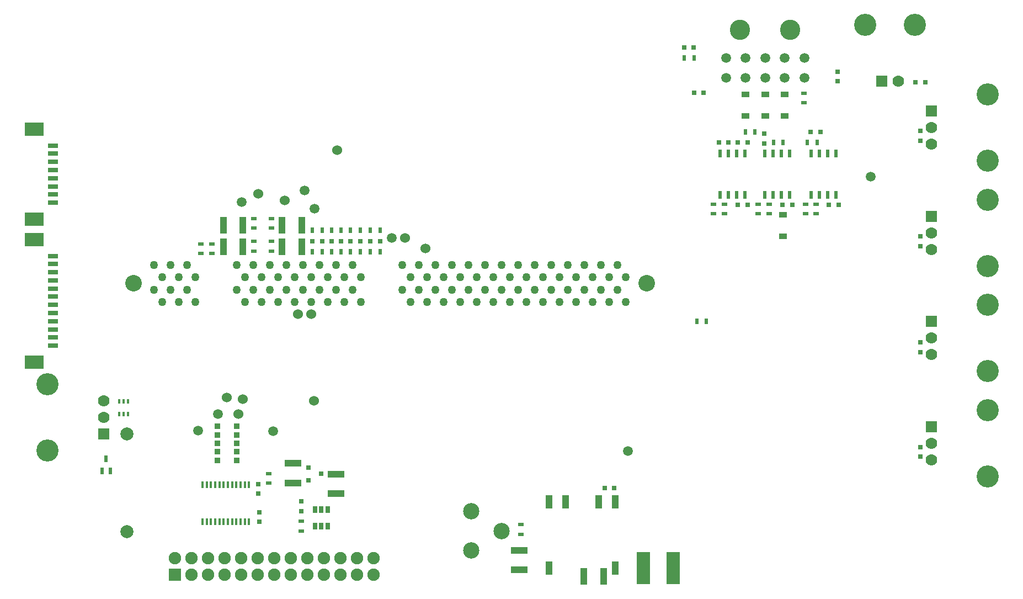
<source format=gts>
G04 #@! TF.FileFunction,Soldermask,Top*
%FSLAX46Y46*%
G04 Gerber Fmt 4.6, Leading zero omitted, Abs format (unit mm)*
G04 Created by KiCad (PCBNEW (2016-07-28 BZR 6996, Git e15ad93)-product) date Mon Aug  8 00:28:43 2016*
%MOMM*%
%LPD*%
G01*
G04 APERTURE LIST*
%ADD10C,0.100000*%
%ADD11R,1.600000X0.800000*%
%ADD12R,3.000000X2.100000*%
%ADD13R,2.500000X1.000000*%
%ADD14R,0.800000X0.750000*%
%ADD15R,1.000000X2.500000*%
%ADD16R,2.000000X5.000000*%
%ADD17R,0.750000X0.800000*%
%ADD18R,0.599440X1.000760*%
%ADD19R,1.220000X0.910000*%
%ADD20C,2.540000*%
%ADD21C,1.270000*%
%ADD22C,1.778000*%
%ADD23R,1.778000X1.778000*%
%ADD24C,3.400000*%
%ADD25C,2.500000*%
%ADD26C,1.500000*%
%ADD27C,3.100000*%
%ADD28R,1.905000X1.905000*%
%ADD29O,1.905000X1.905000*%
%ADD30R,0.398780X0.749300*%
%ADD31C,1.998980*%
%ADD32R,0.500000X0.900000*%
%ADD33R,0.900000X0.500000*%
%ADD34R,0.900000X0.900000*%
%ADD35R,1.000000X2.100000*%
%ADD36R,0.800100X0.800100*%
%ADD37R,0.508000X1.143000*%
%ADD38R,0.400000X1.100000*%
%ADD39R,0.690880X1.000760*%
%ADD40C,1.524000*%
%ADD41C,1.501140*%
G04 APERTURE END LIST*
D10*
D11*
X4932000Y69907000D03*
X4932000Y68657000D03*
X4932000Y67407000D03*
X4932000Y66157000D03*
X4932000Y64907000D03*
X4932000Y63657000D03*
X4932000Y62407000D03*
X4932000Y61157000D03*
D12*
X2032000Y72457000D03*
X2032000Y58607000D03*
D13*
X76454000Y4850000D03*
X76454000Y7850000D03*
D14*
X91047000Y17399000D03*
X89547000Y17399000D03*
D15*
X89384000Y3810000D03*
X86384000Y3810000D03*
D16*
X95490000Y5080000D03*
X100090000Y5080000D03*
D13*
X48387000Y19534000D03*
X48387000Y16534000D03*
X41783000Y18185000D03*
X41783000Y21185000D03*
D14*
X108573000Y70358000D03*
X107073000Y70358000D03*
X109994000Y70358000D03*
X111494000Y70358000D03*
X109994000Y60833000D03*
X111494000Y60833000D03*
D15*
X40092500Y54356000D03*
X43092500Y54356000D03*
X34075500Y54356000D03*
X31075500Y54356000D03*
D17*
X114046000Y71743000D03*
X114046000Y70243000D03*
D14*
X104763000Y77978000D03*
X103263000Y77978000D03*
X101739000Y84963000D03*
X103239000Y84963000D03*
D15*
X34075500Y57721500D03*
X31075500Y57721500D03*
X40092500Y57721500D03*
X43092500Y57721500D03*
D14*
X116852000Y60833000D03*
X118352000Y60833000D03*
X121170000Y72009000D03*
X122670000Y72009000D03*
D17*
X125349000Y81268000D03*
X125349000Y79768000D03*
D14*
X44716000Y55245000D03*
X46216000Y55245000D03*
X123964000Y60833000D03*
X125464000Y60833000D03*
X47637000Y55245000D03*
X49137000Y55245000D03*
X50558000Y55245000D03*
X52058000Y55245000D03*
X53606000Y55245000D03*
X55106000Y55245000D03*
D17*
X36449000Y18022000D03*
X36449000Y16522000D03*
X36576000Y13704000D03*
X36576000Y12204000D03*
X43053000Y15355000D03*
X43053000Y13855000D03*
D18*
X13731240Y20005040D03*
X12430760Y20005040D03*
X13081000Y21904960D03*
D19*
X111204000Y77747000D03*
X111204000Y74477000D03*
X114204000Y77747000D03*
X114204000Y74477000D03*
X117204000Y77747000D03*
X117204000Y74477000D03*
X116967000Y59293000D03*
X116967000Y56023000D03*
D20*
X17272000Y48768000D03*
X96012000Y48768000D03*
D21*
X20447000Y47815500D03*
X21717000Y45910500D03*
X22987000Y47815500D03*
X24257000Y45910500D03*
X25527000Y47815500D03*
X26797000Y45910500D03*
X33147000Y47815500D03*
X34417000Y45910500D03*
X35687000Y47815500D03*
X36957000Y45910500D03*
X38227000Y47815500D03*
X39497000Y45910500D03*
X40767000Y47815500D03*
X42037000Y45910500D03*
X43307000Y47815500D03*
X44577000Y45910500D03*
X45847000Y47815500D03*
X47117000Y45910500D03*
X48387000Y47815500D03*
X49657000Y45910500D03*
X50927000Y47815500D03*
X52197000Y45910500D03*
X58547000Y47815500D03*
X59817000Y45910500D03*
X61087000Y47815500D03*
X62357000Y45910500D03*
X63627000Y47815500D03*
X64897000Y45910500D03*
X66167000Y47815500D03*
X67437000Y45910500D03*
X68707000Y47815500D03*
X69977000Y45910500D03*
X71247000Y47815500D03*
X72517000Y45910500D03*
X73787000Y47815500D03*
X75057000Y45910500D03*
X76327000Y47815500D03*
X77597000Y45910500D03*
X78867000Y47815500D03*
X80137000Y45910500D03*
X81407000Y47815500D03*
X82677000Y45910500D03*
X83947000Y47815500D03*
X85217000Y45910500D03*
X86487000Y47815500D03*
X87757000Y45910500D03*
X89027000Y47815500D03*
X90297000Y45910500D03*
X91567000Y47815500D03*
X92837000Y45910500D03*
X20447000Y51625500D03*
X21717000Y49720500D03*
X22987000Y51625500D03*
X24257000Y49720500D03*
X25527000Y51625500D03*
X26797000Y49720500D03*
X33147000Y51625500D03*
X34417000Y49720500D03*
X35687000Y51625500D03*
X36957000Y49720500D03*
X38227000Y51625500D03*
X39497000Y49720500D03*
X40767000Y51625500D03*
X42037000Y49720500D03*
X43307000Y51625500D03*
X44577000Y49720500D03*
X45847000Y51625500D03*
X47117000Y49720500D03*
X48387000Y51625500D03*
X49657000Y49720500D03*
X50927000Y51625500D03*
X52197000Y49720500D03*
X58547000Y51625500D03*
X59817000Y49720500D03*
X61087000Y51625500D03*
X62357000Y49720500D03*
X63627000Y51625500D03*
X64897000Y49720500D03*
X66167000Y51625500D03*
X67437000Y49720500D03*
X68707000Y51625500D03*
X69977000Y49720500D03*
X71247000Y51625500D03*
X72517000Y49720500D03*
X73787000Y51625500D03*
X75057000Y49720500D03*
X76327000Y51625500D03*
X77597000Y49720500D03*
X78867000Y51625500D03*
X80137000Y49720500D03*
X81407000Y51625500D03*
X82677000Y49720500D03*
X83947000Y51625500D03*
X85217000Y49720500D03*
X86487000Y51625500D03*
X87757000Y49720500D03*
X89027000Y51625500D03*
X90297000Y49720500D03*
X91567000Y51625500D03*
X92837000Y49720500D03*
D22*
X12700000Y30734000D03*
X12700000Y28194000D03*
D23*
X12700000Y25654000D03*
D24*
X4060000Y23114000D03*
X4060000Y33274000D03*
D25*
X69088000Y13820140D03*
X69088000Y7820660D03*
X73787000Y10820400D03*
D26*
X108204000Y83312000D03*
X108204000Y80312000D03*
D27*
X110304000Y87632000D03*
D26*
X111204000Y80312000D03*
X111204000Y83312000D03*
X114204000Y83312000D03*
X114204000Y80312000D03*
X117204000Y80312000D03*
X117204000Y83312000D03*
X120204000Y80312000D03*
X120204000Y83312000D03*
D27*
X118004000Y87632000D03*
D22*
X134620000Y79756000D03*
D23*
X132080000Y79756000D03*
D24*
X129540000Y88396000D03*
X137160000Y88396000D03*
D22*
X139700000Y70104000D03*
X139700000Y72644000D03*
D23*
X139700000Y75184000D03*
D24*
X148340000Y77724000D03*
X148340000Y67564000D03*
D22*
X139700000Y53975000D03*
X139700000Y56515000D03*
D23*
X139700000Y59055000D03*
D24*
X148340000Y61595000D03*
X148340000Y51435000D03*
D22*
X139700000Y37846000D03*
X139700000Y40386000D03*
D23*
X139700000Y42926000D03*
D24*
X148340000Y45466000D03*
X148340000Y35306000D03*
D22*
X139700000Y21717000D03*
X139700000Y24257000D03*
D23*
X139700000Y26797000D03*
D24*
X148340000Y29337000D03*
X148340000Y19177000D03*
D28*
X23622000Y4064000D03*
D29*
X23622000Y6604000D03*
X26162000Y4064000D03*
X26162000Y6604000D03*
X28702000Y4064000D03*
X28702000Y6604000D03*
X31242000Y4064000D03*
X31242000Y6604000D03*
X33782000Y4064000D03*
X33782000Y6604000D03*
X36322000Y4064000D03*
X36322000Y6604000D03*
X38862000Y4064000D03*
X38862000Y6604000D03*
X41402000Y4064000D03*
X41402000Y6604000D03*
X43942000Y4064000D03*
X43942000Y6604000D03*
X46482000Y4064000D03*
X46482000Y6604000D03*
X49022000Y4064000D03*
X49022000Y6604000D03*
X51562000Y4064000D03*
X51562000Y6604000D03*
X54102000Y4064000D03*
X54102000Y6604000D03*
D30*
X16398240Y30667960D03*
X15748000Y30667960D03*
X15097760Y30667960D03*
X15097760Y28768040D03*
X15748000Y28768040D03*
X16398240Y28768040D03*
D31*
X16256000Y10668000D03*
X16256000Y25668000D03*
D32*
X103707500Y42926000D03*
X105207500Y42926000D03*
D33*
X120142000Y77966000D03*
X120142000Y76466000D03*
D32*
X111137000Y72009000D03*
X112637000Y72009000D03*
D33*
X29300000Y54850000D03*
X29300000Y53350000D03*
X107950000Y59448000D03*
X107950000Y60948000D03*
X106299000Y60948000D03*
X106299000Y59448000D03*
X38417500Y55233000D03*
X38417500Y53733000D03*
X35750500Y55233000D03*
X35750500Y53733000D03*
D32*
X101802500Y83312000D03*
X103302500Y83312000D03*
D33*
X27600000Y54850000D03*
X27600000Y53350000D03*
D32*
X115455000Y70358000D03*
X116955000Y70358000D03*
D33*
X35750500Y58725500D03*
X35750500Y57225500D03*
X38417500Y58725500D03*
X38417500Y57225500D03*
X114808000Y59448000D03*
X114808000Y60948000D03*
X113157000Y60948000D03*
X113157000Y59448000D03*
D32*
X122162000Y70358000D03*
X120662000Y70358000D03*
X44716000Y56896000D03*
X46216000Y56896000D03*
X46216000Y53594000D03*
X44716000Y53594000D03*
X47637000Y56896000D03*
X49137000Y56896000D03*
X49137000Y53594000D03*
X47637000Y53594000D03*
D33*
X122047000Y59448000D03*
X122047000Y60948000D03*
X120396000Y60948000D03*
X120396000Y59448000D03*
D32*
X50558000Y56896000D03*
X52058000Y56896000D03*
X52058000Y53594000D03*
X50558000Y53594000D03*
D33*
X76708000Y11799000D03*
X76708000Y10299000D03*
D32*
X53606000Y56896000D03*
X55106000Y56896000D03*
X55106000Y53594000D03*
X53606000Y53594000D03*
D34*
X30123000Y26857000D03*
X30123000Y21657000D03*
X30123000Y25537000D03*
X30123000Y22977000D03*
X30123000Y24257000D03*
X33123000Y22977000D03*
X33123000Y26857000D03*
X33123000Y21657000D03*
X33123000Y25537000D03*
X33123000Y24257000D03*
D33*
X38036500Y18109500D03*
X38036500Y19609500D03*
X43053000Y12307000D03*
X43053000Y10807000D03*
D35*
X81026000Y5080000D03*
X91186000Y5080000D03*
X91186000Y15240000D03*
X88646000Y15240000D03*
X83566000Y15240000D03*
X81026000Y15240000D03*
D36*
X44084240Y20508000D03*
X44084240Y18608000D03*
X46083220Y19558000D03*
D37*
X111125000Y62357000D03*
X109855000Y62357000D03*
X108585000Y62357000D03*
X107315000Y62357000D03*
X107315000Y68707000D03*
X108585000Y68707000D03*
X109855000Y68707000D03*
X111125000Y68707000D03*
X117983000Y62357000D03*
X116713000Y62357000D03*
X115443000Y62357000D03*
X114173000Y62357000D03*
X114173000Y68707000D03*
X115443000Y68707000D03*
X116713000Y68707000D03*
X117983000Y68707000D03*
X125095000Y62357000D03*
X123825000Y62357000D03*
X122555000Y62357000D03*
X121285000Y62357000D03*
X121285000Y68707000D03*
X122555000Y68707000D03*
X123825000Y68707000D03*
X125095000Y68707000D03*
D38*
X35007500Y17899500D03*
X34357500Y17899500D03*
X33707500Y17899500D03*
X33057500Y17899500D03*
X32407500Y17899500D03*
X31757500Y17899500D03*
X31107500Y17899500D03*
X30457500Y17899500D03*
X29807500Y17899500D03*
X29157500Y17899500D03*
X28507500Y17899500D03*
X27857500Y17899500D03*
X27857500Y12199500D03*
X28507500Y12199500D03*
X29157500Y12199500D03*
X29807500Y12199500D03*
X30457500Y12199500D03*
X31107500Y12199500D03*
X31757500Y12199500D03*
X32407500Y12199500D03*
X33057500Y12199500D03*
X33707500Y12199500D03*
X34357500Y12199500D03*
X35007500Y12199500D03*
D39*
X45151040Y11526520D03*
X46101000Y11526520D03*
X47050960Y11526520D03*
X47050960Y14127480D03*
X46101000Y14127480D03*
X45151040Y14127480D03*
D40*
X44577000Y44069000D03*
X42545000Y44069000D03*
D11*
X4932000Y52976000D03*
X4932000Y51726000D03*
X4932000Y50476000D03*
X4932000Y49226000D03*
X4932000Y47976000D03*
X4932000Y46726000D03*
X4932000Y45476000D03*
X4932000Y44226000D03*
X4932000Y42976000D03*
X4932000Y41726000D03*
X4932000Y40476000D03*
X4932000Y39226000D03*
D12*
X2032000Y55526000D03*
X2032000Y36676000D03*
D41*
X38735000Y26098500D03*
X130429000Y65151000D03*
X93154500Y23050500D03*
X43561000Y62992000D03*
X56896000Y55753000D03*
X33909000Y61214000D03*
X45085000Y60198000D03*
D40*
X36449000Y62484000D03*
X58928000Y55753000D03*
X48514000Y69215000D03*
X62103000Y54102000D03*
X40513000Y61468000D03*
D41*
X27178000Y26162000D03*
D40*
X31623000Y31242000D03*
X44958000Y30734000D03*
X34036000Y30988000D03*
D41*
X30226000Y28702000D03*
D14*
X137250000Y79600000D03*
X138750000Y79600000D03*
D17*
X138000000Y70650000D03*
X138000000Y72150000D03*
X138000000Y54491000D03*
X138000000Y55991000D03*
X138049000Y38239000D03*
X138049000Y39739000D03*
X138000000Y22173000D03*
X138000000Y23673000D03*
D40*
X33401000Y28702000D03*
M02*

</source>
